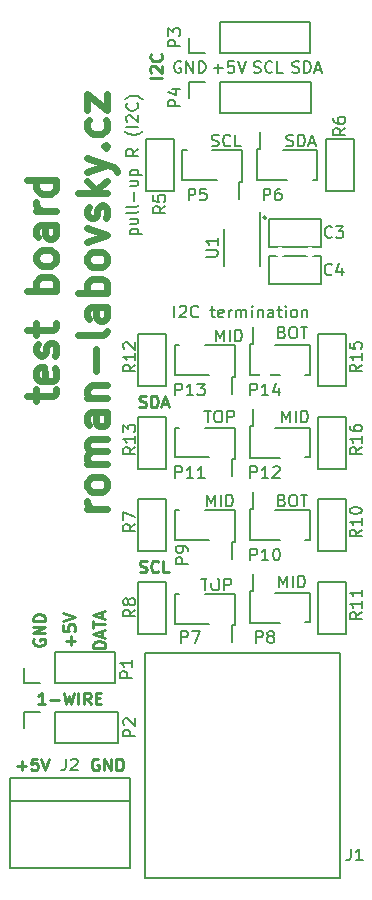
<source format=gto>
G04 #@! TF.GenerationSoftware,KiCad,Pcbnew,(5.1.6)-1*
G04 #@! TF.CreationDate,2023-01-22T16:57:25+01:00*
G04 #@! TF.ProjectId,testing-board,74657374-696e-4672-9d62-6f6172642e6b,rev?*
G04 #@! TF.SameCoordinates,Original*
G04 #@! TF.FileFunction,Legend,Top*
G04 #@! TF.FilePolarity,Positive*
%FSLAX46Y46*%
G04 Gerber Fmt 4.6, Leading zero omitted, Abs format (unit mm)*
G04 Created by KiCad (PCBNEW (5.1.6)-1) date 2023-01-22 16:57:25*
%MOMM*%
%LPD*%
G01*
G04 APERTURE LIST*
%ADD10C,0.160000*%
%ADD11C,0.250000*%
%ADD12C,0.625000*%
%ADD13C,0.120000*%
%ADD14C,0.150000*%
%ADD15C,5.100000*%
%ADD16C,0.900000*%
%ADD17R,0.450000X1.600000*%
%ADD18C,0.100000*%
%ADD19R,1.350000X3.100000*%
%ADD20O,2.200000X2.200000*%
%ADD21R,2.200000X2.200000*%
%ADD22R,3.600000X3.600000*%
%ADD23C,3.600000*%
%ADD24C,1.600000*%
%ADD25C,3.400000*%
G04 APERTURE END LIST*
D10*
X129508952Y-87828380D02*
X129508952Y-86828380D01*
X129937523Y-86923619D02*
X129985142Y-86876000D01*
X130080380Y-86828380D01*
X130318476Y-86828380D01*
X130413714Y-86876000D01*
X130461333Y-86923619D01*
X130508952Y-87018857D01*
X130508952Y-87114095D01*
X130461333Y-87256952D01*
X129889904Y-87828380D01*
X130508952Y-87828380D01*
X131508952Y-87733142D02*
X131461333Y-87780761D01*
X131318476Y-87828380D01*
X131223238Y-87828380D01*
X131080380Y-87780761D01*
X130985142Y-87685523D01*
X130937523Y-87590285D01*
X130889904Y-87399809D01*
X130889904Y-87256952D01*
X130937523Y-87066476D01*
X130985142Y-86971238D01*
X131080380Y-86876000D01*
X131223238Y-86828380D01*
X131318476Y-86828380D01*
X131461333Y-86876000D01*
X131508952Y-86923619D01*
X132556571Y-87161714D02*
X132937523Y-87161714D01*
X132699428Y-86828380D02*
X132699428Y-87685523D01*
X132747047Y-87780761D01*
X132842285Y-87828380D01*
X132937523Y-87828380D01*
X133651809Y-87780761D02*
X133556571Y-87828380D01*
X133366095Y-87828380D01*
X133270857Y-87780761D01*
X133223238Y-87685523D01*
X133223238Y-87304571D01*
X133270857Y-87209333D01*
X133366095Y-87161714D01*
X133556571Y-87161714D01*
X133651809Y-87209333D01*
X133699428Y-87304571D01*
X133699428Y-87399809D01*
X133223238Y-87495047D01*
X134128000Y-87828380D02*
X134128000Y-87161714D01*
X134128000Y-87352190D02*
X134175619Y-87256952D01*
X134223238Y-87209333D01*
X134318476Y-87161714D01*
X134413714Y-87161714D01*
X134747047Y-87828380D02*
X134747047Y-87161714D01*
X134747047Y-87256952D02*
X134794666Y-87209333D01*
X134889904Y-87161714D01*
X135032761Y-87161714D01*
X135128000Y-87209333D01*
X135175619Y-87304571D01*
X135175619Y-87828380D01*
X135175619Y-87304571D02*
X135223238Y-87209333D01*
X135318476Y-87161714D01*
X135461333Y-87161714D01*
X135556571Y-87209333D01*
X135604190Y-87304571D01*
X135604190Y-87828380D01*
X136080380Y-87828380D02*
X136080380Y-87161714D01*
X136080380Y-86828380D02*
X136032761Y-86876000D01*
X136080380Y-86923619D01*
X136128000Y-86876000D01*
X136080380Y-86828380D01*
X136080380Y-86923619D01*
X136556571Y-87161714D02*
X136556571Y-87828380D01*
X136556571Y-87256952D02*
X136604190Y-87209333D01*
X136699428Y-87161714D01*
X136842285Y-87161714D01*
X136937523Y-87209333D01*
X136985142Y-87304571D01*
X136985142Y-87828380D01*
X137889904Y-87828380D02*
X137889904Y-87304571D01*
X137842285Y-87209333D01*
X137747047Y-87161714D01*
X137556571Y-87161714D01*
X137461333Y-87209333D01*
X137889904Y-87780761D02*
X137794666Y-87828380D01*
X137556571Y-87828380D01*
X137461333Y-87780761D01*
X137413714Y-87685523D01*
X137413714Y-87590285D01*
X137461333Y-87495047D01*
X137556571Y-87447428D01*
X137794666Y-87447428D01*
X137889904Y-87399809D01*
X138223238Y-87161714D02*
X138604190Y-87161714D01*
X138366095Y-86828380D02*
X138366095Y-87685523D01*
X138413714Y-87780761D01*
X138508952Y-87828380D01*
X138604190Y-87828380D01*
X138937523Y-87828380D02*
X138937523Y-87161714D01*
X138937523Y-86828380D02*
X138889904Y-86876000D01*
X138937523Y-86923619D01*
X138985142Y-86876000D01*
X138937523Y-86828380D01*
X138937523Y-86923619D01*
X139556571Y-87828380D02*
X139461333Y-87780761D01*
X139413714Y-87733142D01*
X139366095Y-87637904D01*
X139366095Y-87352190D01*
X139413714Y-87256952D01*
X139461333Y-87209333D01*
X139556571Y-87161714D01*
X139699428Y-87161714D01*
X139794666Y-87209333D01*
X139842285Y-87256952D01*
X139889904Y-87352190D01*
X139889904Y-87637904D01*
X139842285Y-87733142D01*
X139794666Y-87780761D01*
X139699428Y-87828380D01*
X139556571Y-87828380D01*
X140318476Y-87161714D02*
X140318476Y-87828380D01*
X140318476Y-87256952D02*
X140366095Y-87209333D01*
X140461333Y-87161714D01*
X140604190Y-87161714D01*
X140699428Y-87209333D01*
X140747047Y-87304571D01*
X140747047Y-87828380D01*
X132667523Y-73302761D02*
X132810380Y-73350380D01*
X133048476Y-73350380D01*
X133143714Y-73302761D01*
X133191333Y-73255142D01*
X133238952Y-73159904D01*
X133238952Y-73064666D01*
X133191333Y-72969428D01*
X133143714Y-72921809D01*
X133048476Y-72874190D01*
X132858000Y-72826571D01*
X132762761Y-72778952D01*
X132715142Y-72731333D01*
X132667523Y-72636095D01*
X132667523Y-72540857D01*
X132715142Y-72445619D01*
X132762761Y-72398000D01*
X132858000Y-72350380D01*
X133096095Y-72350380D01*
X133238952Y-72398000D01*
X134238952Y-73255142D02*
X134191333Y-73302761D01*
X134048476Y-73350380D01*
X133953238Y-73350380D01*
X133810380Y-73302761D01*
X133715142Y-73207523D01*
X133667523Y-73112285D01*
X133619904Y-72921809D01*
X133619904Y-72778952D01*
X133667523Y-72588476D01*
X133715142Y-72493238D01*
X133810380Y-72398000D01*
X133953238Y-72350380D01*
X134048476Y-72350380D01*
X134191333Y-72398000D01*
X134238952Y-72445619D01*
X135143714Y-73350380D02*
X134667523Y-73350380D01*
X134667523Y-72350380D01*
X138993714Y-73302761D02*
X139136571Y-73350380D01*
X139374666Y-73350380D01*
X139469904Y-73302761D01*
X139517523Y-73255142D01*
X139565142Y-73159904D01*
X139565142Y-73064666D01*
X139517523Y-72969428D01*
X139469904Y-72921809D01*
X139374666Y-72874190D01*
X139184190Y-72826571D01*
X139088952Y-72778952D01*
X139041333Y-72731333D01*
X138993714Y-72636095D01*
X138993714Y-72540857D01*
X139041333Y-72445619D01*
X139088952Y-72398000D01*
X139184190Y-72350380D01*
X139422285Y-72350380D01*
X139565142Y-72398000D01*
X139993714Y-73350380D02*
X139993714Y-72350380D01*
X140231809Y-72350380D01*
X140374666Y-72398000D01*
X140469904Y-72493238D01*
X140517523Y-72588476D01*
X140565142Y-72778952D01*
X140565142Y-72921809D01*
X140517523Y-73112285D01*
X140469904Y-73207523D01*
X140374666Y-73302761D01*
X140231809Y-73350380D01*
X139993714Y-73350380D01*
X140946095Y-73064666D02*
X141422285Y-73064666D01*
X140850857Y-73350380D02*
X141184190Y-72350380D01*
X141517523Y-73350380D01*
X125769714Y-80787142D02*
X126769714Y-80787142D01*
X125817333Y-80787142D02*
X125769714Y-80691904D01*
X125769714Y-80501428D01*
X125817333Y-80406190D01*
X125864952Y-80358571D01*
X125960190Y-80310952D01*
X126245904Y-80310952D01*
X126341142Y-80358571D01*
X126388761Y-80406190D01*
X126436380Y-80501428D01*
X126436380Y-80691904D01*
X126388761Y-80787142D01*
X125769714Y-79453809D02*
X126436380Y-79453809D01*
X125769714Y-79882380D02*
X126293523Y-79882380D01*
X126388761Y-79834761D01*
X126436380Y-79739523D01*
X126436380Y-79596666D01*
X126388761Y-79501428D01*
X126341142Y-79453809D01*
X126436380Y-78834761D02*
X126388761Y-78930000D01*
X126293523Y-78977619D01*
X125436380Y-78977619D01*
X126436380Y-78310952D02*
X126388761Y-78406190D01*
X126293523Y-78453809D01*
X125436380Y-78453809D01*
X126055428Y-77930000D02*
X126055428Y-77168095D01*
X125769714Y-76263333D02*
X126436380Y-76263333D01*
X125769714Y-76691904D02*
X126293523Y-76691904D01*
X126388761Y-76644285D01*
X126436380Y-76549047D01*
X126436380Y-76406190D01*
X126388761Y-76310952D01*
X126341142Y-76263333D01*
X125769714Y-75787142D02*
X126769714Y-75787142D01*
X125817333Y-75787142D02*
X125769714Y-75691904D01*
X125769714Y-75501428D01*
X125817333Y-75406190D01*
X125864952Y-75358571D01*
X125960190Y-75310952D01*
X126245904Y-75310952D01*
X126341142Y-75358571D01*
X126388761Y-75406190D01*
X126436380Y-75501428D01*
X126436380Y-75691904D01*
X126388761Y-75787142D01*
X126436380Y-73549047D02*
X125960190Y-73882380D01*
X126436380Y-74120476D02*
X125436380Y-74120476D01*
X125436380Y-73739523D01*
X125484000Y-73644285D01*
X125531619Y-73596666D01*
X125626857Y-73549047D01*
X125769714Y-73549047D01*
X125864952Y-73596666D01*
X125912571Y-73644285D01*
X125960190Y-73739523D01*
X125960190Y-74120476D01*
X126817333Y-72072857D02*
X126769714Y-72120476D01*
X126626857Y-72215714D01*
X126531619Y-72263333D01*
X126388761Y-72310952D01*
X126150666Y-72358571D01*
X125960190Y-72358571D01*
X125722095Y-72310952D01*
X125579238Y-72263333D01*
X125484000Y-72215714D01*
X125341142Y-72120476D01*
X125293523Y-72072857D01*
X126436380Y-71691904D02*
X125436380Y-71691904D01*
X125531619Y-71263333D02*
X125484000Y-71215714D01*
X125436380Y-71120476D01*
X125436380Y-70882380D01*
X125484000Y-70787142D01*
X125531619Y-70739523D01*
X125626857Y-70691904D01*
X125722095Y-70691904D01*
X125864952Y-70739523D01*
X126436380Y-71310952D01*
X126436380Y-70691904D01*
X126341142Y-69691904D02*
X126388761Y-69739523D01*
X126436380Y-69882380D01*
X126436380Y-69977619D01*
X126388761Y-70120476D01*
X126293523Y-70215714D01*
X126198285Y-70263333D01*
X126007809Y-70310952D01*
X125864952Y-70310952D01*
X125674476Y-70263333D01*
X125579238Y-70215714D01*
X125484000Y-70120476D01*
X125436380Y-69977619D01*
X125436380Y-69882380D01*
X125484000Y-69739523D01*
X125531619Y-69691904D01*
X126817333Y-69358571D02*
X126769714Y-69310952D01*
X126626857Y-69215714D01*
X126531619Y-69168095D01*
X126388761Y-69120476D01*
X126150666Y-69072857D01*
X125960190Y-69072857D01*
X125722095Y-69120476D01*
X125579238Y-69168095D01*
X125484000Y-69215714D01*
X125341142Y-69310952D01*
X125293523Y-69358571D01*
D11*
X126547714Y-95400761D02*
X126690571Y-95448380D01*
X126928666Y-95448380D01*
X127023904Y-95400761D01*
X127071523Y-95353142D01*
X127119142Y-95257904D01*
X127119142Y-95162666D01*
X127071523Y-95067428D01*
X127023904Y-95019809D01*
X126928666Y-94972190D01*
X126738190Y-94924571D01*
X126642952Y-94876952D01*
X126595333Y-94829333D01*
X126547714Y-94734095D01*
X126547714Y-94638857D01*
X126595333Y-94543619D01*
X126642952Y-94496000D01*
X126738190Y-94448380D01*
X126976285Y-94448380D01*
X127119142Y-94496000D01*
X127547714Y-95448380D02*
X127547714Y-94448380D01*
X127785809Y-94448380D01*
X127928666Y-94496000D01*
X128023904Y-94591238D01*
X128071523Y-94686476D01*
X128119142Y-94876952D01*
X128119142Y-95019809D01*
X128071523Y-95210285D01*
X128023904Y-95305523D01*
X127928666Y-95400761D01*
X127785809Y-95448380D01*
X127547714Y-95448380D01*
X128500095Y-95162666D02*
X128976285Y-95162666D01*
X128404857Y-95448380D02*
X128738190Y-94448380D01*
X129071523Y-95448380D01*
X126571523Y-109370761D02*
X126714380Y-109418380D01*
X126952476Y-109418380D01*
X127047714Y-109370761D01*
X127095333Y-109323142D01*
X127142952Y-109227904D01*
X127142952Y-109132666D01*
X127095333Y-109037428D01*
X127047714Y-108989809D01*
X126952476Y-108942190D01*
X126762000Y-108894571D01*
X126666761Y-108846952D01*
X126619142Y-108799333D01*
X126571523Y-108704095D01*
X126571523Y-108608857D01*
X126619142Y-108513619D01*
X126666761Y-108466000D01*
X126762000Y-108418380D01*
X127000095Y-108418380D01*
X127142952Y-108466000D01*
X128142952Y-109323142D02*
X128095333Y-109370761D01*
X127952476Y-109418380D01*
X127857238Y-109418380D01*
X127714380Y-109370761D01*
X127619142Y-109275523D01*
X127571523Y-109180285D01*
X127523904Y-108989809D01*
X127523904Y-108846952D01*
X127571523Y-108656476D01*
X127619142Y-108561238D01*
X127714380Y-108466000D01*
X127857238Y-108418380D01*
X127952476Y-108418380D01*
X128095333Y-108466000D01*
X128142952Y-108513619D01*
X129047714Y-109418380D02*
X128571523Y-109418380D01*
X128571523Y-108418380D01*
D10*
X132040476Y-95718380D02*
X132611904Y-95718380D01*
X132326190Y-96718380D02*
X132326190Y-95718380D01*
X133135714Y-95718380D02*
X133326190Y-95718380D01*
X133421428Y-95766000D01*
X133516666Y-95861238D01*
X133564285Y-96051714D01*
X133564285Y-96385047D01*
X133516666Y-96575523D01*
X133421428Y-96670761D01*
X133326190Y-96718380D01*
X133135714Y-96718380D01*
X133040476Y-96670761D01*
X132945238Y-96575523D01*
X132897619Y-96385047D01*
X132897619Y-96051714D01*
X132945238Y-95861238D01*
X133040476Y-95766000D01*
X133135714Y-95718380D01*
X133992857Y-96718380D02*
X133992857Y-95718380D01*
X134373809Y-95718380D01*
X134469047Y-95766000D01*
X134516666Y-95813619D01*
X134564285Y-95908857D01*
X134564285Y-96051714D01*
X134516666Y-96146952D01*
X134469047Y-96194571D01*
X134373809Y-96242190D01*
X133992857Y-96242190D01*
X133040571Y-89860380D02*
X133040571Y-88860380D01*
X133373904Y-89574666D01*
X133707238Y-88860380D01*
X133707238Y-89860380D01*
X134183428Y-89860380D02*
X134183428Y-88860380D01*
X134659619Y-89860380D02*
X134659619Y-88860380D01*
X134897714Y-88860380D01*
X135040571Y-88908000D01*
X135135809Y-89003238D01*
X135183428Y-89098476D01*
X135231047Y-89288952D01*
X135231047Y-89431809D01*
X135183428Y-89622285D01*
X135135809Y-89717523D01*
X135040571Y-89812761D01*
X134897714Y-89860380D01*
X134659619Y-89860380D01*
X138612666Y-89082571D02*
X138755523Y-89130190D01*
X138803142Y-89177809D01*
X138850761Y-89273047D01*
X138850761Y-89415904D01*
X138803142Y-89511142D01*
X138755523Y-89558761D01*
X138660285Y-89606380D01*
X138279333Y-89606380D01*
X138279333Y-88606380D01*
X138612666Y-88606380D01*
X138707904Y-88654000D01*
X138755523Y-88701619D01*
X138803142Y-88796857D01*
X138803142Y-88892095D01*
X138755523Y-88987333D01*
X138707904Y-89034952D01*
X138612666Y-89082571D01*
X138279333Y-89082571D01*
X139469809Y-88606380D02*
X139660285Y-88606380D01*
X139755523Y-88654000D01*
X139850761Y-88749238D01*
X139898380Y-88939714D01*
X139898380Y-89273047D01*
X139850761Y-89463523D01*
X139755523Y-89558761D01*
X139660285Y-89606380D01*
X139469809Y-89606380D01*
X139374571Y-89558761D01*
X139279333Y-89463523D01*
X139231714Y-89273047D01*
X139231714Y-88939714D01*
X139279333Y-88749238D01*
X139374571Y-88654000D01*
X139469809Y-88606380D01*
X140184095Y-88606380D02*
X140755523Y-88606380D01*
X140469809Y-89606380D02*
X140469809Y-88606380D01*
X138628571Y-96718380D02*
X138628571Y-95718380D01*
X138961904Y-96432666D01*
X139295238Y-95718380D01*
X139295238Y-96718380D01*
X139771428Y-96718380D02*
X139771428Y-95718380D01*
X140247619Y-96718380D02*
X140247619Y-95718380D01*
X140485714Y-95718380D01*
X140628571Y-95766000D01*
X140723809Y-95861238D01*
X140771428Y-95956476D01*
X140819047Y-96146952D01*
X140819047Y-96289809D01*
X140771428Y-96480285D01*
X140723809Y-96575523D01*
X140628571Y-96670761D01*
X140485714Y-96718380D01*
X140247619Y-96718380D01*
X131786476Y-109942380D02*
X132357904Y-109942380D01*
X132072190Y-110942380D02*
X132072190Y-109942380D01*
X132881714Y-109942380D02*
X133072190Y-109942380D01*
X133167428Y-109990000D01*
X133262666Y-110085238D01*
X133310285Y-110275714D01*
X133310285Y-110609047D01*
X133262666Y-110799523D01*
X133167428Y-110894761D01*
X133072190Y-110942380D01*
X132881714Y-110942380D01*
X132786476Y-110894761D01*
X132691238Y-110799523D01*
X132643619Y-110609047D01*
X132643619Y-110275714D01*
X132691238Y-110085238D01*
X132786476Y-109990000D01*
X132881714Y-109942380D01*
X133738857Y-110942380D02*
X133738857Y-109942380D01*
X134119809Y-109942380D01*
X134215047Y-109990000D01*
X134262666Y-110037619D01*
X134310285Y-110132857D01*
X134310285Y-110275714D01*
X134262666Y-110370952D01*
X134215047Y-110418571D01*
X134119809Y-110466190D01*
X133738857Y-110466190D01*
X132278571Y-103830380D02*
X132278571Y-102830380D01*
X132611904Y-103544666D01*
X132945238Y-102830380D01*
X132945238Y-103830380D01*
X133421428Y-103830380D02*
X133421428Y-102830380D01*
X133897619Y-103830380D02*
X133897619Y-102830380D01*
X134135714Y-102830380D01*
X134278571Y-102878000D01*
X134373809Y-102973238D01*
X134421428Y-103068476D01*
X134469047Y-103258952D01*
X134469047Y-103401809D01*
X134421428Y-103592285D01*
X134373809Y-103687523D01*
X134278571Y-103782761D01*
X134135714Y-103830380D01*
X133897619Y-103830380D01*
X138374571Y-110688380D02*
X138374571Y-109688380D01*
X138707904Y-110402666D01*
X139041238Y-109688380D01*
X139041238Y-110688380D01*
X139517428Y-110688380D02*
X139517428Y-109688380D01*
X139993619Y-110688380D02*
X139993619Y-109688380D01*
X140231714Y-109688380D01*
X140374571Y-109736000D01*
X140469809Y-109831238D01*
X140517428Y-109926476D01*
X140565047Y-110116952D01*
X140565047Y-110259809D01*
X140517428Y-110450285D01*
X140469809Y-110545523D01*
X140374571Y-110640761D01*
X140231714Y-110688380D01*
X139993619Y-110688380D01*
X138612666Y-103306571D02*
X138755523Y-103354190D01*
X138803142Y-103401809D01*
X138850761Y-103497047D01*
X138850761Y-103639904D01*
X138803142Y-103735142D01*
X138755523Y-103782761D01*
X138660285Y-103830380D01*
X138279333Y-103830380D01*
X138279333Y-102830380D01*
X138612666Y-102830380D01*
X138707904Y-102878000D01*
X138755523Y-102925619D01*
X138803142Y-103020857D01*
X138803142Y-103116095D01*
X138755523Y-103211333D01*
X138707904Y-103258952D01*
X138612666Y-103306571D01*
X138279333Y-103306571D01*
X139469809Y-102830380D02*
X139660285Y-102830380D01*
X139755523Y-102878000D01*
X139850761Y-102973238D01*
X139898380Y-103163714D01*
X139898380Y-103497047D01*
X139850761Y-103687523D01*
X139755523Y-103782761D01*
X139660285Y-103830380D01*
X139469809Y-103830380D01*
X139374571Y-103782761D01*
X139279333Y-103687523D01*
X139231714Y-103497047D01*
X139231714Y-103163714D01*
X139279333Y-102973238D01*
X139374571Y-102878000D01*
X139469809Y-102830380D01*
X140184095Y-102830380D02*
X140755523Y-102830380D01*
X140469809Y-103830380D02*
X140469809Y-102830380D01*
D11*
X123063095Y-125230000D02*
X122967857Y-125182380D01*
X122825000Y-125182380D01*
X122682142Y-125230000D01*
X122586904Y-125325238D01*
X122539285Y-125420476D01*
X122491666Y-125610952D01*
X122491666Y-125753809D01*
X122539285Y-125944285D01*
X122586904Y-126039523D01*
X122682142Y-126134761D01*
X122825000Y-126182380D01*
X122920238Y-126182380D01*
X123063095Y-126134761D01*
X123110714Y-126087142D01*
X123110714Y-125753809D01*
X122920238Y-125753809D01*
X123539285Y-126182380D02*
X123539285Y-125182380D01*
X124110714Y-126182380D01*
X124110714Y-125182380D01*
X124586904Y-126182380D02*
X124586904Y-125182380D01*
X124825000Y-125182380D01*
X124967857Y-125230000D01*
X125063095Y-125325238D01*
X125110714Y-125420476D01*
X125158333Y-125610952D01*
X125158333Y-125753809D01*
X125110714Y-125944285D01*
X125063095Y-126039523D01*
X124967857Y-126134761D01*
X124825000Y-126182380D01*
X124586904Y-126182380D01*
X116189285Y-125801428D02*
X116951190Y-125801428D01*
X116570238Y-126182380D02*
X116570238Y-125420476D01*
X117903571Y-125182380D02*
X117427380Y-125182380D01*
X117379761Y-125658571D01*
X117427380Y-125610952D01*
X117522619Y-125563333D01*
X117760714Y-125563333D01*
X117855952Y-125610952D01*
X117903571Y-125658571D01*
X117951190Y-125753809D01*
X117951190Y-125991904D01*
X117903571Y-126087142D01*
X117855952Y-126134761D01*
X117760714Y-126182380D01*
X117522619Y-126182380D01*
X117427380Y-126134761D01*
X117379761Y-126087142D01*
X118236904Y-125182380D02*
X118570238Y-126182380D01*
X118903571Y-125182380D01*
X118554761Y-120594380D02*
X117983333Y-120594380D01*
X118269047Y-120594380D02*
X118269047Y-119594380D01*
X118173809Y-119737238D01*
X118078571Y-119832476D01*
X117983333Y-119880095D01*
X118983333Y-120213428D02*
X119745238Y-120213428D01*
X120126190Y-119594380D02*
X120364285Y-120594380D01*
X120554761Y-119880095D01*
X120745238Y-120594380D01*
X120983333Y-119594380D01*
X121364285Y-120594380D02*
X121364285Y-119594380D01*
X122411904Y-120594380D02*
X122078571Y-120118190D01*
X121840476Y-120594380D02*
X121840476Y-119594380D01*
X122221428Y-119594380D01*
X122316666Y-119642000D01*
X122364285Y-119689619D01*
X122411904Y-119784857D01*
X122411904Y-119927714D01*
X122364285Y-120022952D01*
X122316666Y-120070571D01*
X122221428Y-120118190D01*
X121840476Y-120118190D01*
X122840476Y-120070571D02*
X123173809Y-120070571D01*
X123316666Y-120594380D02*
X122840476Y-120594380D01*
X122840476Y-119594380D01*
X123316666Y-119594380D01*
X128468380Y-67524190D02*
X127468380Y-67524190D01*
X127563619Y-67095619D02*
X127516000Y-67048000D01*
X127468380Y-66952761D01*
X127468380Y-66714666D01*
X127516000Y-66619428D01*
X127563619Y-66571809D01*
X127658857Y-66524190D01*
X127754095Y-66524190D01*
X127896952Y-66571809D01*
X128468380Y-67143238D01*
X128468380Y-66524190D01*
X128373142Y-65524190D02*
X128420761Y-65571809D01*
X128468380Y-65714666D01*
X128468380Y-65809904D01*
X128420761Y-65952761D01*
X128325523Y-66048000D01*
X128230285Y-66095619D01*
X128039809Y-66143238D01*
X127896952Y-66143238D01*
X127706476Y-66095619D01*
X127611238Y-66048000D01*
X127516000Y-65952761D01*
X127468380Y-65809904D01*
X127468380Y-65714666D01*
X127516000Y-65571809D01*
X127563619Y-65524190D01*
X123642380Y-115800000D02*
X122642380Y-115800000D01*
X122642380Y-115561904D01*
X122690000Y-115419047D01*
X122785238Y-115323809D01*
X122880476Y-115276190D01*
X123070952Y-115228571D01*
X123213809Y-115228571D01*
X123404285Y-115276190D01*
X123499523Y-115323809D01*
X123594761Y-115419047D01*
X123642380Y-115561904D01*
X123642380Y-115800000D01*
X123356666Y-114847619D02*
X123356666Y-114371428D01*
X123642380Y-114942857D02*
X122642380Y-114609523D01*
X123642380Y-114276190D01*
X122642380Y-114085714D02*
X122642380Y-113514285D01*
X123642380Y-113800000D02*
X122642380Y-113800000D01*
X123356666Y-113228571D02*
X123356666Y-112752380D01*
X123642380Y-113323809D02*
X122642380Y-112990476D01*
X123642380Y-112657142D01*
X120721428Y-115585714D02*
X120721428Y-114823809D01*
X121102380Y-115204761D02*
X120340476Y-115204761D01*
X120102380Y-113871428D02*
X120102380Y-114347619D01*
X120578571Y-114395238D01*
X120530952Y-114347619D01*
X120483333Y-114252380D01*
X120483333Y-114014285D01*
X120530952Y-113919047D01*
X120578571Y-113871428D01*
X120673809Y-113823809D01*
X120911904Y-113823809D01*
X121007142Y-113871428D01*
X121054761Y-113919047D01*
X121102380Y-114014285D01*
X121102380Y-114252380D01*
X121054761Y-114347619D01*
X121007142Y-114395238D01*
X120102380Y-113538095D02*
X121102380Y-113204761D01*
X120102380Y-112871428D01*
X117610000Y-115061904D02*
X117562380Y-115157142D01*
X117562380Y-115300000D01*
X117610000Y-115442857D01*
X117705238Y-115538095D01*
X117800476Y-115585714D01*
X117990952Y-115633333D01*
X118133809Y-115633333D01*
X118324285Y-115585714D01*
X118419523Y-115538095D01*
X118514761Y-115442857D01*
X118562380Y-115300000D01*
X118562380Y-115204761D01*
X118514761Y-115061904D01*
X118467142Y-115014285D01*
X118133809Y-115014285D01*
X118133809Y-115204761D01*
X118562380Y-114585714D02*
X117562380Y-114585714D01*
X118562380Y-114014285D01*
X117562380Y-114014285D01*
X118562380Y-113538095D02*
X117562380Y-113538095D01*
X117562380Y-113300000D01*
X117610000Y-113157142D01*
X117705238Y-113061904D01*
X117800476Y-113014285D01*
X117990952Y-112966666D01*
X118133809Y-112966666D01*
X118324285Y-113014285D01*
X118419523Y-113061904D01*
X118514761Y-113157142D01*
X118562380Y-113300000D01*
X118562380Y-113538095D01*
D10*
X130048095Y-66175000D02*
X129952857Y-66127380D01*
X129810000Y-66127380D01*
X129667142Y-66175000D01*
X129571904Y-66270238D01*
X129524285Y-66365476D01*
X129476666Y-66555952D01*
X129476666Y-66698809D01*
X129524285Y-66889285D01*
X129571904Y-66984523D01*
X129667142Y-67079761D01*
X129810000Y-67127380D01*
X129905238Y-67127380D01*
X130048095Y-67079761D01*
X130095714Y-67032142D01*
X130095714Y-66698809D01*
X129905238Y-66698809D01*
X130524285Y-67127380D02*
X130524285Y-66127380D01*
X131095714Y-67127380D01*
X131095714Y-66127380D01*
X131571904Y-67127380D02*
X131571904Y-66127380D01*
X131810000Y-66127380D01*
X131952857Y-66175000D01*
X132048095Y-66270238D01*
X132095714Y-66365476D01*
X132143333Y-66555952D01*
X132143333Y-66698809D01*
X132095714Y-66889285D01*
X132048095Y-66984523D01*
X131952857Y-67079761D01*
X131810000Y-67127380D01*
X131571904Y-67127380D01*
X132826285Y-66746428D02*
X133588190Y-66746428D01*
X133207238Y-67127380D02*
X133207238Y-66365476D01*
X134540571Y-66127380D02*
X134064380Y-66127380D01*
X134016761Y-66603571D01*
X134064380Y-66555952D01*
X134159619Y-66508333D01*
X134397714Y-66508333D01*
X134492952Y-66555952D01*
X134540571Y-66603571D01*
X134588190Y-66698809D01*
X134588190Y-66936904D01*
X134540571Y-67032142D01*
X134492952Y-67079761D01*
X134397714Y-67127380D01*
X134159619Y-67127380D01*
X134064380Y-67079761D01*
X134016761Y-67032142D01*
X134873904Y-66127380D02*
X135207238Y-67127380D01*
X135540571Y-66127380D01*
X136223523Y-67079761D02*
X136366380Y-67127380D01*
X136604476Y-67127380D01*
X136699714Y-67079761D01*
X136747333Y-67032142D01*
X136794952Y-66936904D01*
X136794952Y-66841666D01*
X136747333Y-66746428D01*
X136699714Y-66698809D01*
X136604476Y-66651190D01*
X136414000Y-66603571D01*
X136318761Y-66555952D01*
X136271142Y-66508333D01*
X136223523Y-66413095D01*
X136223523Y-66317857D01*
X136271142Y-66222619D01*
X136318761Y-66175000D01*
X136414000Y-66127380D01*
X136652095Y-66127380D01*
X136794952Y-66175000D01*
X137794952Y-67032142D02*
X137747333Y-67079761D01*
X137604476Y-67127380D01*
X137509238Y-67127380D01*
X137366380Y-67079761D01*
X137271142Y-66984523D01*
X137223523Y-66889285D01*
X137175904Y-66698809D01*
X137175904Y-66555952D01*
X137223523Y-66365476D01*
X137271142Y-66270238D01*
X137366380Y-66175000D01*
X137509238Y-66127380D01*
X137604476Y-66127380D01*
X137747333Y-66175000D01*
X137794952Y-66222619D01*
X138699714Y-67127380D02*
X138223523Y-67127380D01*
X138223523Y-66127380D01*
X139501714Y-67079761D02*
X139644571Y-67127380D01*
X139882666Y-67127380D01*
X139977904Y-67079761D01*
X140025523Y-67032142D01*
X140073142Y-66936904D01*
X140073142Y-66841666D01*
X140025523Y-66746428D01*
X139977904Y-66698809D01*
X139882666Y-66651190D01*
X139692190Y-66603571D01*
X139596952Y-66555952D01*
X139549333Y-66508333D01*
X139501714Y-66413095D01*
X139501714Y-66317857D01*
X139549333Y-66222619D01*
X139596952Y-66175000D01*
X139692190Y-66127380D01*
X139930285Y-66127380D01*
X140073142Y-66175000D01*
X140501714Y-67127380D02*
X140501714Y-66127380D01*
X140739809Y-66127380D01*
X140882666Y-66175000D01*
X140977904Y-66270238D01*
X141025523Y-66365476D01*
X141073142Y-66555952D01*
X141073142Y-66698809D01*
X141025523Y-66889285D01*
X140977904Y-66984523D01*
X140882666Y-67079761D01*
X140739809Y-67127380D01*
X140501714Y-67127380D01*
X141454095Y-66841666D02*
X141930285Y-66841666D01*
X141358857Y-67127380D02*
X141692190Y-66127380D01*
X142025523Y-67127380D01*
D12*
X117828285Y-94867809D02*
X117828285Y-93915428D01*
X116994952Y-94510666D02*
X119137809Y-94510666D01*
X119375904Y-94391619D01*
X119494952Y-94153523D01*
X119494952Y-93915428D01*
X119375904Y-92129714D02*
X119494952Y-92367809D01*
X119494952Y-92844000D01*
X119375904Y-93082095D01*
X119137809Y-93201142D01*
X118185428Y-93201142D01*
X117947333Y-93082095D01*
X117828285Y-92844000D01*
X117828285Y-92367809D01*
X117947333Y-92129714D01*
X118185428Y-92010666D01*
X118423523Y-92010666D01*
X118661619Y-93201142D01*
X119375904Y-91058285D02*
X119494952Y-90820190D01*
X119494952Y-90344000D01*
X119375904Y-90105904D01*
X119137809Y-89986857D01*
X119018761Y-89986857D01*
X118780666Y-90105904D01*
X118661619Y-90344000D01*
X118661619Y-90701142D01*
X118542571Y-90939238D01*
X118304476Y-91058285D01*
X118185428Y-91058285D01*
X117947333Y-90939238D01*
X117828285Y-90701142D01*
X117828285Y-90344000D01*
X117947333Y-90105904D01*
X117828285Y-89272571D02*
X117828285Y-88320190D01*
X116994952Y-88915428D02*
X119137809Y-88915428D01*
X119375904Y-88796380D01*
X119494952Y-88558285D01*
X119494952Y-88320190D01*
X119494952Y-85582095D02*
X116994952Y-85582095D01*
X117947333Y-85582095D02*
X117828285Y-85344000D01*
X117828285Y-84867809D01*
X117947333Y-84629714D01*
X118066380Y-84510666D01*
X118304476Y-84391619D01*
X119018761Y-84391619D01*
X119256857Y-84510666D01*
X119375904Y-84629714D01*
X119494952Y-84867809D01*
X119494952Y-85344000D01*
X119375904Y-85582095D01*
X119494952Y-82963047D02*
X119375904Y-83201142D01*
X119256857Y-83320190D01*
X119018761Y-83439238D01*
X118304476Y-83439238D01*
X118066380Y-83320190D01*
X117947333Y-83201142D01*
X117828285Y-82963047D01*
X117828285Y-82605904D01*
X117947333Y-82367809D01*
X118066380Y-82248761D01*
X118304476Y-82129714D01*
X119018761Y-82129714D01*
X119256857Y-82248761D01*
X119375904Y-82367809D01*
X119494952Y-82605904D01*
X119494952Y-82963047D01*
X119494952Y-79986857D02*
X118185428Y-79986857D01*
X117947333Y-80105904D01*
X117828285Y-80344000D01*
X117828285Y-80820190D01*
X117947333Y-81058285D01*
X119375904Y-79986857D02*
X119494952Y-80224952D01*
X119494952Y-80820190D01*
X119375904Y-81058285D01*
X119137809Y-81177333D01*
X118899714Y-81177333D01*
X118661619Y-81058285D01*
X118542571Y-80820190D01*
X118542571Y-80224952D01*
X118423523Y-79986857D01*
X119494952Y-78796380D02*
X117828285Y-78796380D01*
X118304476Y-78796380D02*
X118066380Y-78677333D01*
X117947333Y-78558285D01*
X117828285Y-78320190D01*
X117828285Y-78082095D01*
X119494952Y-76177333D02*
X116994952Y-76177333D01*
X119375904Y-76177333D02*
X119494952Y-76415428D01*
X119494952Y-76891619D01*
X119375904Y-77129714D01*
X119256857Y-77248761D01*
X119018761Y-77367809D01*
X118304476Y-77367809D01*
X118066380Y-77248761D01*
X117947333Y-77129714D01*
X117828285Y-76891619D01*
X117828285Y-76415428D01*
X117947333Y-76177333D01*
X123812952Y-104054476D02*
X122146285Y-104054476D01*
X122622476Y-104054476D02*
X122384380Y-103935428D01*
X122265333Y-103816380D01*
X122146285Y-103578285D01*
X122146285Y-103340190D01*
X123812952Y-102149714D02*
X123693904Y-102387809D01*
X123574857Y-102506857D01*
X123336761Y-102625904D01*
X122622476Y-102625904D01*
X122384380Y-102506857D01*
X122265333Y-102387809D01*
X122146285Y-102149714D01*
X122146285Y-101792571D01*
X122265333Y-101554476D01*
X122384380Y-101435428D01*
X122622476Y-101316380D01*
X123336761Y-101316380D01*
X123574857Y-101435428D01*
X123693904Y-101554476D01*
X123812952Y-101792571D01*
X123812952Y-102149714D01*
X123812952Y-100244952D02*
X122146285Y-100244952D01*
X122384380Y-100244952D02*
X122265333Y-100125904D01*
X122146285Y-99887809D01*
X122146285Y-99530666D01*
X122265333Y-99292571D01*
X122503428Y-99173523D01*
X123812952Y-99173523D01*
X122503428Y-99173523D02*
X122265333Y-99054476D01*
X122146285Y-98816380D01*
X122146285Y-98459238D01*
X122265333Y-98221142D01*
X122503428Y-98102095D01*
X123812952Y-98102095D01*
X123812952Y-95840190D02*
X122503428Y-95840190D01*
X122265333Y-95959238D01*
X122146285Y-96197333D01*
X122146285Y-96673523D01*
X122265333Y-96911619D01*
X123693904Y-95840190D02*
X123812952Y-96078285D01*
X123812952Y-96673523D01*
X123693904Y-96911619D01*
X123455809Y-97030666D01*
X123217714Y-97030666D01*
X122979619Y-96911619D01*
X122860571Y-96673523D01*
X122860571Y-96078285D01*
X122741523Y-95840190D01*
X122146285Y-94649714D02*
X123812952Y-94649714D01*
X122384380Y-94649714D02*
X122265333Y-94530666D01*
X122146285Y-94292571D01*
X122146285Y-93935428D01*
X122265333Y-93697333D01*
X122503428Y-93578285D01*
X123812952Y-93578285D01*
X122860571Y-92387809D02*
X122860571Y-90483047D01*
X123812952Y-88935428D02*
X123693904Y-89173523D01*
X123455809Y-89292571D01*
X121312952Y-89292571D01*
X123812952Y-86911619D02*
X122503428Y-86911619D01*
X122265333Y-87030666D01*
X122146285Y-87268761D01*
X122146285Y-87744952D01*
X122265333Y-87983047D01*
X123693904Y-86911619D02*
X123812952Y-87149714D01*
X123812952Y-87744952D01*
X123693904Y-87983047D01*
X123455809Y-88102095D01*
X123217714Y-88102095D01*
X122979619Y-87983047D01*
X122860571Y-87744952D01*
X122860571Y-87149714D01*
X122741523Y-86911619D01*
X123812952Y-85721142D02*
X121312952Y-85721142D01*
X122265333Y-85721142D02*
X122146285Y-85483047D01*
X122146285Y-85006857D01*
X122265333Y-84768761D01*
X122384380Y-84649714D01*
X122622476Y-84530666D01*
X123336761Y-84530666D01*
X123574857Y-84649714D01*
X123693904Y-84768761D01*
X123812952Y-85006857D01*
X123812952Y-85483047D01*
X123693904Y-85721142D01*
X123812952Y-83102095D02*
X123693904Y-83340190D01*
X123574857Y-83459238D01*
X123336761Y-83578285D01*
X122622476Y-83578285D01*
X122384380Y-83459238D01*
X122265333Y-83340190D01*
X122146285Y-83102095D01*
X122146285Y-82744952D01*
X122265333Y-82506857D01*
X122384380Y-82387809D01*
X122622476Y-82268761D01*
X123336761Y-82268761D01*
X123574857Y-82387809D01*
X123693904Y-82506857D01*
X123812952Y-82744952D01*
X123812952Y-83102095D01*
X122146285Y-81435428D02*
X123812952Y-80840190D01*
X122146285Y-80244952D01*
X123693904Y-79411619D02*
X123812952Y-79173523D01*
X123812952Y-78697333D01*
X123693904Y-78459238D01*
X123455809Y-78340190D01*
X123336761Y-78340190D01*
X123098666Y-78459238D01*
X122979619Y-78697333D01*
X122979619Y-79054476D01*
X122860571Y-79292571D01*
X122622476Y-79411619D01*
X122503428Y-79411619D01*
X122265333Y-79292571D01*
X122146285Y-79054476D01*
X122146285Y-78697333D01*
X122265333Y-78459238D01*
X123812952Y-77268761D02*
X121312952Y-77268761D01*
X122860571Y-77030666D02*
X123812952Y-76316380D01*
X122146285Y-76316380D02*
X123098666Y-77268761D01*
X122146285Y-75483047D02*
X123812952Y-74887809D01*
X122146285Y-74292571D02*
X123812952Y-74887809D01*
X124408190Y-75125904D01*
X124527238Y-75244952D01*
X124646285Y-75483047D01*
X123574857Y-73340190D02*
X123693904Y-73221142D01*
X123812952Y-73340190D01*
X123693904Y-73459238D01*
X123574857Y-73340190D01*
X123812952Y-73340190D01*
X123693904Y-71078285D02*
X123812952Y-71316380D01*
X123812952Y-71792571D01*
X123693904Y-72030666D01*
X123574857Y-72149714D01*
X123336761Y-72268761D01*
X122622476Y-72268761D01*
X122384380Y-72149714D01*
X122265333Y-72030666D01*
X122146285Y-71792571D01*
X122146285Y-71316380D01*
X122265333Y-71078285D01*
X122146285Y-70244952D02*
X122146285Y-68935428D01*
X123812952Y-70244952D01*
X123812952Y-68935428D01*
D13*
X137210800Y-79375000D02*
G75*
G03*
X137210800Y-79375000I-50800J0D01*
G01*
D10*
X133665325Y-80375836D02*
X133665325Y-83475836D01*
X136765325Y-78867000D02*
X136765325Y-83475836D01*
D14*
X137307762Y-79375000D02*
G75*
G03*
X137307762Y-79375000I-147762J0D01*
G01*
D10*
X141695000Y-100625000D02*
X141695000Y-96225000D01*
X141695000Y-96225000D02*
X144055000Y-96225000D01*
X144055000Y-96225000D02*
X144055000Y-100625000D01*
X144055000Y-100625000D02*
X141695000Y-100625000D01*
X141695000Y-93640000D02*
X141695000Y-89240000D01*
X141695000Y-89240000D02*
X144055000Y-89240000D01*
X144055000Y-89240000D02*
X144055000Y-93640000D01*
X144055000Y-93640000D02*
X141695000Y-93640000D01*
X126455000Y-100625000D02*
X126455000Y-96225000D01*
X126455000Y-96225000D02*
X128815000Y-96225000D01*
X128815000Y-96225000D02*
X128815000Y-100625000D01*
X128815000Y-100625000D02*
X126455000Y-100625000D01*
X126455000Y-93640000D02*
X126455000Y-89240000D01*
X126455000Y-89240000D02*
X128815000Y-89240000D01*
X128815000Y-89240000D02*
X128815000Y-93640000D01*
X128815000Y-93640000D02*
X126455000Y-93640000D01*
X141695000Y-114595000D02*
X141695000Y-110195000D01*
X141695000Y-110195000D02*
X144055000Y-110195000D01*
X144055000Y-110195000D02*
X144055000Y-114595000D01*
X144055000Y-114595000D02*
X141695000Y-114595000D01*
X141695000Y-107610000D02*
X141695000Y-103210000D01*
X141695000Y-103210000D02*
X144055000Y-103210000D01*
X144055000Y-103210000D02*
X144055000Y-107610000D01*
X144055000Y-107610000D02*
X141695000Y-107610000D01*
X126455000Y-114595000D02*
X126455000Y-110195000D01*
X126455000Y-110195000D02*
X128815000Y-110195000D01*
X128815000Y-110195000D02*
X128815000Y-114595000D01*
X128815000Y-114595000D02*
X126455000Y-114595000D01*
X126455000Y-107610000D02*
X126455000Y-103210000D01*
X126455000Y-103210000D02*
X128815000Y-103210000D01*
X128815000Y-103210000D02*
X128815000Y-107610000D01*
X128815000Y-107610000D02*
X126455000Y-107610000D01*
X144690000Y-72730000D02*
X144690000Y-77130000D01*
X144690000Y-77130000D02*
X142330000Y-77130000D01*
X142330000Y-77130000D02*
X142330000Y-72730000D01*
X142330000Y-72730000D02*
X144690000Y-72730000D01*
X129450000Y-72730000D02*
X129450000Y-77130000D01*
X129450000Y-77130000D02*
X127090000Y-77130000D01*
X127090000Y-77130000D02*
X127090000Y-72730000D01*
X127090000Y-72730000D02*
X129450000Y-72730000D01*
X140970000Y-90190000D02*
X138049000Y-90190000D01*
X140970000Y-92690000D02*
X140970000Y-90190000D01*
X140970000Y-92690000D02*
X140589000Y-92690000D01*
X136144000Y-88603000D02*
X136144000Y-90043000D01*
X135890000Y-92710000D02*
X138430000Y-92710000D01*
X135890000Y-90043000D02*
X135890000Y-92710000D01*
X136144000Y-90043000D02*
X135890000Y-90043000D01*
X129540000Y-92690000D02*
X132461000Y-92690000D01*
X129540000Y-90190000D02*
X129540000Y-92690000D01*
X129540000Y-90190000D02*
X129921000Y-90190000D01*
X134366000Y-94277000D02*
X134366000Y-92837000D01*
X134620000Y-90170000D02*
X132080000Y-90170000D01*
X134620000Y-92837000D02*
X134620000Y-90170000D01*
X134366000Y-92837000D02*
X134620000Y-92837000D01*
X140970000Y-97175000D02*
X138049000Y-97175000D01*
X140970000Y-99675000D02*
X140970000Y-97175000D01*
X140970000Y-99675000D02*
X140589000Y-99675000D01*
X136144000Y-95588000D02*
X136144000Y-97028000D01*
X135890000Y-99695000D02*
X138430000Y-99695000D01*
X135890000Y-97028000D02*
X135890000Y-99695000D01*
X136144000Y-97028000D02*
X135890000Y-97028000D01*
X129540000Y-99675000D02*
X132461000Y-99675000D01*
X129540000Y-97175000D02*
X129540000Y-99675000D01*
X129540000Y-97175000D02*
X129921000Y-97175000D01*
X134366000Y-101262000D02*
X134366000Y-99822000D01*
X134620000Y-97155000D02*
X132080000Y-97155000D01*
X134620000Y-99822000D02*
X134620000Y-97155000D01*
X134366000Y-99822000D02*
X134620000Y-99822000D01*
X140970000Y-104160000D02*
X138049000Y-104160000D01*
X140970000Y-106660000D02*
X140970000Y-104160000D01*
X140970000Y-106660000D02*
X140589000Y-106660000D01*
X136144000Y-102573000D02*
X136144000Y-104013000D01*
X135890000Y-106680000D02*
X138430000Y-106680000D01*
X135890000Y-104013000D02*
X135890000Y-106680000D01*
X136144000Y-104013000D02*
X135890000Y-104013000D01*
X129540000Y-106660000D02*
X132461000Y-106660000D01*
X129540000Y-104160000D02*
X129540000Y-106660000D01*
X129540000Y-104160000D02*
X129921000Y-104160000D01*
X134366000Y-108247000D02*
X134366000Y-106807000D01*
X134620000Y-104140000D02*
X132080000Y-104140000D01*
X134620000Y-106807000D02*
X134620000Y-104140000D01*
X134366000Y-106807000D02*
X134620000Y-106807000D01*
X140970000Y-111145000D02*
X138049000Y-111145000D01*
X140970000Y-113645000D02*
X140970000Y-111145000D01*
X140970000Y-113645000D02*
X140589000Y-113645000D01*
X136144000Y-109558000D02*
X136144000Y-110998000D01*
X135890000Y-113665000D02*
X138430000Y-113665000D01*
X135890000Y-110998000D02*
X135890000Y-113665000D01*
X136144000Y-110998000D02*
X135890000Y-110998000D01*
X129540000Y-113750000D02*
X132461000Y-113750000D01*
X129540000Y-111250000D02*
X129540000Y-113750000D01*
X129540000Y-111250000D02*
X129921000Y-111250000D01*
X134366000Y-115337000D02*
X134366000Y-113897000D01*
X134620000Y-111230000D02*
X132080000Y-111230000D01*
X134620000Y-113897000D02*
X134620000Y-111230000D01*
X134366000Y-113897000D02*
X134620000Y-113897000D01*
X141605000Y-73680000D02*
X138684000Y-73680000D01*
X141605000Y-76180000D02*
X141605000Y-73680000D01*
X141605000Y-76180000D02*
X141224000Y-76180000D01*
X136779000Y-72093000D02*
X136779000Y-73533000D01*
X136525000Y-76200000D02*
X139065000Y-76200000D01*
X136525000Y-73533000D02*
X136525000Y-76200000D01*
X136779000Y-73533000D02*
X136525000Y-73533000D01*
X130175000Y-76180000D02*
X133096000Y-76180000D01*
X130175000Y-73680000D02*
X130175000Y-76180000D01*
X130175000Y-73680000D02*
X130556000Y-73680000D01*
X135001000Y-77767000D02*
X135001000Y-76327000D01*
X135255000Y-73660000D02*
X132715000Y-73660000D01*
X135255000Y-76327000D02*
X135255000Y-73660000D01*
X135001000Y-76327000D02*
X135255000Y-76327000D01*
X133350000Y-70545000D02*
X133350000Y-67885000D01*
X130750000Y-69215000D02*
X130750000Y-67885000D01*
X130750000Y-67885000D02*
X132080000Y-67885000D01*
X133350000Y-70545000D02*
X141030000Y-70545000D01*
X133350000Y-67885000D02*
X141030000Y-67885000D01*
X141030000Y-70545000D02*
X141030000Y-67885000D01*
X130750000Y-65465000D02*
X130750000Y-64135000D01*
X132080000Y-65465000D02*
X130750000Y-65465000D01*
X133350000Y-65465000D02*
X140970000Y-65465000D01*
X133350000Y-65465000D02*
X133350000Y-62805000D01*
X133350000Y-62805000D02*
X140970000Y-62805000D01*
X140970000Y-65465000D02*
X140970000Y-62805000D01*
X119380000Y-123885000D02*
X124714000Y-123885000D01*
X124714000Y-123892000D02*
X124714000Y-121232000D01*
X116780000Y-122555000D02*
X116780000Y-121225000D01*
X119380000Y-123885000D02*
X119380000Y-121225000D01*
X116780000Y-121225000D02*
X118110000Y-121225000D01*
X119380000Y-121225000D02*
X124714000Y-121225000D01*
X124460000Y-118805000D02*
X124460000Y-116145000D01*
X119380000Y-116145000D02*
X124460000Y-116145000D01*
X118110000Y-118805000D02*
X116780000Y-118805000D01*
X119380000Y-118805000D02*
X119380000Y-116145000D01*
X116780000Y-118805000D02*
X116780000Y-117475000D01*
X119380000Y-118805000D02*
X124460000Y-118805000D01*
X115570000Y-134418000D02*
X125730000Y-134418000D01*
X125730000Y-134418000D02*
X125730000Y-126818000D01*
X125730000Y-126818000D02*
X115570000Y-126818000D01*
X115570000Y-126818000D02*
X115570000Y-134418000D01*
X115570000Y-128778000D02*
X125730000Y-128778000D01*
X143510000Y-116205000D02*
X127000000Y-116205000D01*
X143510000Y-135255000D02*
X143510000Y-116205000D01*
X127000000Y-135255000D02*
X143510000Y-135255000D01*
X127000000Y-116205000D02*
X127000000Y-135255000D01*
X137500000Y-82640000D02*
X141900000Y-82640000D01*
X141900000Y-85000000D02*
X137500000Y-85000000D01*
X137500000Y-85000000D02*
X137500000Y-82640000D01*
X141900000Y-82640000D02*
X141900000Y-85000000D01*
X137500000Y-79465000D02*
X141900000Y-79465000D01*
X141900000Y-81825000D02*
X137500000Y-81825000D01*
X137500000Y-81825000D02*
X137500000Y-79465000D01*
X141900000Y-79465000D02*
X141900000Y-81825000D01*
D14*
D10*
X132167380Y-82676904D02*
X132976904Y-82676904D01*
X133072142Y-82629285D01*
X133119761Y-82581666D01*
X133167380Y-82486428D01*
X133167380Y-82295952D01*
X133119761Y-82200714D01*
X133072142Y-82153095D01*
X132976904Y-82105476D01*
X132167380Y-82105476D01*
X133167380Y-81105476D02*
X133167380Y-81676904D01*
X133167380Y-81391190D02*
X132167380Y-81391190D01*
X132310238Y-81486428D01*
X132405476Y-81581666D01*
X132453095Y-81676904D01*
X145359380Y-98813857D02*
X144883190Y-99147190D01*
X145359380Y-99385285D02*
X144359380Y-99385285D01*
X144359380Y-99004333D01*
X144407000Y-98909095D01*
X144454619Y-98861476D01*
X144549857Y-98813857D01*
X144692714Y-98813857D01*
X144787952Y-98861476D01*
X144835571Y-98909095D01*
X144883190Y-99004333D01*
X144883190Y-99385285D01*
X145359380Y-97861476D02*
X145359380Y-98432904D01*
X145359380Y-98147190D02*
X144359380Y-98147190D01*
X144502238Y-98242428D01*
X144597476Y-98337666D01*
X144645095Y-98432904D01*
X144359380Y-97004333D02*
X144359380Y-97194809D01*
X144407000Y-97290047D01*
X144454619Y-97337666D01*
X144597476Y-97432904D01*
X144787952Y-97480523D01*
X145168904Y-97480523D01*
X145264142Y-97432904D01*
X145311761Y-97385285D01*
X145359380Y-97290047D01*
X145359380Y-97099571D01*
X145311761Y-97004333D01*
X145264142Y-96956714D01*
X145168904Y-96909095D01*
X144930809Y-96909095D01*
X144835571Y-96956714D01*
X144787952Y-97004333D01*
X144740333Y-97099571D01*
X144740333Y-97290047D01*
X144787952Y-97385285D01*
X144835571Y-97432904D01*
X144930809Y-97480523D01*
X145359380Y-91828857D02*
X144883190Y-92162190D01*
X145359380Y-92400285D02*
X144359380Y-92400285D01*
X144359380Y-92019333D01*
X144407000Y-91924095D01*
X144454619Y-91876476D01*
X144549857Y-91828857D01*
X144692714Y-91828857D01*
X144787952Y-91876476D01*
X144835571Y-91924095D01*
X144883190Y-92019333D01*
X144883190Y-92400285D01*
X145359380Y-90876476D02*
X145359380Y-91447904D01*
X145359380Y-91162190D02*
X144359380Y-91162190D01*
X144502238Y-91257428D01*
X144597476Y-91352666D01*
X144645095Y-91447904D01*
X144359380Y-89971714D02*
X144359380Y-90447904D01*
X144835571Y-90495523D01*
X144787952Y-90447904D01*
X144740333Y-90352666D01*
X144740333Y-90114571D01*
X144787952Y-90019333D01*
X144835571Y-89971714D01*
X144930809Y-89924095D01*
X145168904Y-89924095D01*
X145264142Y-89971714D01*
X145311761Y-90019333D01*
X145359380Y-90114571D01*
X145359380Y-90352666D01*
X145311761Y-90447904D01*
X145264142Y-90495523D01*
X126182380Y-98813857D02*
X125706190Y-99147190D01*
X126182380Y-99385285D02*
X125182380Y-99385285D01*
X125182380Y-99004333D01*
X125230000Y-98909095D01*
X125277619Y-98861476D01*
X125372857Y-98813857D01*
X125515714Y-98813857D01*
X125610952Y-98861476D01*
X125658571Y-98909095D01*
X125706190Y-99004333D01*
X125706190Y-99385285D01*
X126182380Y-97861476D02*
X126182380Y-98432904D01*
X126182380Y-98147190D02*
X125182380Y-98147190D01*
X125325238Y-98242428D01*
X125420476Y-98337666D01*
X125468095Y-98432904D01*
X125182380Y-97528142D02*
X125182380Y-96909095D01*
X125563333Y-97242428D01*
X125563333Y-97099571D01*
X125610952Y-97004333D01*
X125658571Y-96956714D01*
X125753809Y-96909095D01*
X125991904Y-96909095D01*
X126087142Y-96956714D01*
X126134761Y-97004333D01*
X126182380Y-97099571D01*
X126182380Y-97385285D01*
X126134761Y-97480523D01*
X126087142Y-97528142D01*
X126182380Y-91828857D02*
X125706190Y-92162190D01*
X126182380Y-92400285D02*
X125182380Y-92400285D01*
X125182380Y-92019333D01*
X125230000Y-91924095D01*
X125277619Y-91876476D01*
X125372857Y-91828857D01*
X125515714Y-91828857D01*
X125610952Y-91876476D01*
X125658571Y-91924095D01*
X125706190Y-92019333D01*
X125706190Y-92400285D01*
X126182380Y-90876476D02*
X126182380Y-91447904D01*
X126182380Y-91162190D02*
X125182380Y-91162190D01*
X125325238Y-91257428D01*
X125420476Y-91352666D01*
X125468095Y-91447904D01*
X125277619Y-90495523D02*
X125230000Y-90447904D01*
X125182380Y-90352666D01*
X125182380Y-90114571D01*
X125230000Y-90019333D01*
X125277619Y-89971714D01*
X125372857Y-89924095D01*
X125468095Y-89924095D01*
X125610952Y-89971714D01*
X126182380Y-90543142D01*
X126182380Y-89924095D01*
X145359380Y-112783857D02*
X144883190Y-113117190D01*
X145359380Y-113355285D02*
X144359380Y-113355285D01*
X144359380Y-112974333D01*
X144407000Y-112879095D01*
X144454619Y-112831476D01*
X144549857Y-112783857D01*
X144692714Y-112783857D01*
X144787952Y-112831476D01*
X144835571Y-112879095D01*
X144883190Y-112974333D01*
X144883190Y-113355285D01*
X145359380Y-111831476D02*
X145359380Y-112402904D01*
X145359380Y-112117190D02*
X144359380Y-112117190D01*
X144502238Y-112212428D01*
X144597476Y-112307666D01*
X144645095Y-112402904D01*
X145359380Y-110879095D02*
X145359380Y-111450523D01*
X145359380Y-111164809D02*
X144359380Y-111164809D01*
X144502238Y-111260047D01*
X144597476Y-111355285D01*
X144645095Y-111450523D01*
X145359380Y-105798857D02*
X144883190Y-106132190D01*
X145359380Y-106370285D02*
X144359380Y-106370285D01*
X144359380Y-105989333D01*
X144407000Y-105894095D01*
X144454619Y-105846476D01*
X144549857Y-105798857D01*
X144692714Y-105798857D01*
X144787952Y-105846476D01*
X144835571Y-105894095D01*
X144883190Y-105989333D01*
X144883190Y-106370285D01*
X145359380Y-104846476D02*
X145359380Y-105417904D01*
X145359380Y-105132190D02*
X144359380Y-105132190D01*
X144502238Y-105227428D01*
X144597476Y-105322666D01*
X144645095Y-105417904D01*
X144359380Y-104227428D02*
X144359380Y-104132190D01*
X144407000Y-104036952D01*
X144454619Y-103989333D01*
X144549857Y-103941714D01*
X144740333Y-103894095D01*
X144978428Y-103894095D01*
X145168904Y-103941714D01*
X145264142Y-103989333D01*
X145311761Y-104036952D01*
X145359380Y-104132190D01*
X145359380Y-104227428D01*
X145311761Y-104322666D01*
X145264142Y-104370285D01*
X145168904Y-104417904D01*
X144978428Y-104465523D01*
X144740333Y-104465523D01*
X144549857Y-104417904D01*
X144454619Y-104370285D01*
X144407000Y-104322666D01*
X144359380Y-104227428D01*
X126182380Y-112561666D02*
X125706190Y-112895000D01*
X126182380Y-113133095D02*
X125182380Y-113133095D01*
X125182380Y-112752142D01*
X125230000Y-112656904D01*
X125277619Y-112609285D01*
X125372857Y-112561666D01*
X125515714Y-112561666D01*
X125610952Y-112609285D01*
X125658571Y-112656904D01*
X125706190Y-112752142D01*
X125706190Y-113133095D01*
X125610952Y-111990238D02*
X125563333Y-112085476D01*
X125515714Y-112133095D01*
X125420476Y-112180714D01*
X125372857Y-112180714D01*
X125277619Y-112133095D01*
X125230000Y-112085476D01*
X125182380Y-111990238D01*
X125182380Y-111799761D01*
X125230000Y-111704523D01*
X125277619Y-111656904D01*
X125372857Y-111609285D01*
X125420476Y-111609285D01*
X125515714Y-111656904D01*
X125563333Y-111704523D01*
X125610952Y-111799761D01*
X125610952Y-111990238D01*
X125658571Y-112085476D01*
X125706190Y-112133095D01*
X125801428Y-112180714D01*
X125991904Y-112180714D01*
X126087142Y-112133095D01*
X126134761Y-112085476D01*
X126182380Y-111990238D01*
X126182380Y-111799761D01*
X126134761Y-111704523D01*
X126087142Y-111656904D01*
X125991904Y-111609285D01*
X125801428Y-111609285D01*
X125706190Y-111656904D01*
X125658571Y-111704523D01*
X125610952Y-111799761D01*
X126182380Y-105322666D02*
X125706190Y-105656000D01*
X126182380Y-105894095D02*
X125182380Y-105894095D01*
X125182380Y-105513142D01*
X125230000Y-105417904D01*
X125277619Y-105370285D01*
X125372857Y-105322666D01*
X125515714Y-105322666D01*
X125610952Y-105370285D01*
X125658571Y-105417904D01*
X125706190Y-105513142D01*
X125706190Y-105894095D01*
X125182380Y-104989333D02*
X125182380Y-104322666D01*
X126182380Y-104751238D01*
X143962380Y-71794666D02*
X143486190Y-72128000D01*
X143962380Y-72366095D02*
X142962380Y-72366095D01*
X142962380Y-71985142D01*
X143010000Y-71889904D01*
X143057619Y-71842285D01*
X143152857Y-71794666D01*
X143295714Y-71794666D01*
X143390952Y-71842285D01*
X143438571Y-71889904D01*
X143486190Y-71985142D01*
X143486190Y-72366095D01*
X142962380Y-70937523D02*
X142962380Y-71128000D01*
X143010000Y-71223238D01*
X143057619Y-71270857D01*
X143200476Y-71366095D01*
X143390952Y-71413714D01*
X143771904Y-71413714D01*
X143867142Y-71366095D01*
X143914761Y-71318476D01*
X143962380Y-71223238D01*
X143962380Y-71032761D01*
X143914761Y-70937523D01*
X143867142Y-70889904D01*
X143771904Y-70842285D01*
X143533809Y-70842285D01*
X143438571Y-70889904D01*
X143390952Y-70937523D01*
X143343333Y-71032761D01*
X143343333Y-71223238D01*
X143390952Y-71318476D01*
X143438571Y-71366095D01*
X143533809Y-71413714D01*
X128722380Y-78398666D02*
X128246190Y-78732000D01*
X128722380Y-78970095D02*
X127722380Y-78970095D01*
X127722380Y-78589142D01*
X127770000Y-78493904D01*
X127817619Y-78446285D01*
X127912857Y-78398666D01*
X128055714Y-78398666D01*
X128150952Y-78446285D01*
X128198571Y-78493904D01*
X128246190Y-78589142D01*
X128246190Y-78970095D01*
X127722380Y-77493904D02*
X127722380Y-77970095D01*
X128198571Y-78017714D01*
X128150952Y-77970095D01*
X128103333Y-77874857D01*
X128103333Y-77636761D01*
X128150952Y-77541523D01*
X128198571Y-77493904D01*
X128293809Y-77446285D01*
X128531904Y-77446285D01*
X128627142Y-77493904D01*
X128674761Y-77541523D01*
X128722380Y-77636761D01*
X128722380Y-77874857D01*
X128674761Y-77970095D01*
X128627142Y-78017714D01*
X135945714Y-94432380D02*
X135945714Y-93432380D01*
X136326666Y-93432380D01*
X136421904Y-93480000D01*
X136469523Y-93527619D01*
X136517142Y-93622857D01*
X136517142Y-93765714D01*
X136469523Y-93860952D01*
X136421904Y-93908571D01*
X136326666Y-93956190D01*
X135945714Y-93956190D01*
X137469523Y-94432380D02*
X136898095Y-94432380D01*
X137183809Y-94432380D02*
X137183809Y-93432380D01*
X137088571Y-93575238D01*
X136993333Y-93670476D01*
X136898095Y-93718095D01*
X138326666Y-93765714D02*
X138326666Y-94432380D01*
X138088571Y-93384761D02*
X137850476Y-94099047D01*
X138469523Y-94099047D01*
X129595714Y-94432380D02*
X129595714Y-93432380D01*
X129976666Y-93432380D01*
X130071904Y-93480000D01*
X130119523Y-93527619D01*
X130167142Y-93622857D01*
X130167142Y-93765714D01*
X130119523Y-93860952D01*
X130071904Y-93908571D01*
X129976666Y-93956190D01*
X129595714Y-93956190D01*
X131119523Y-94432380D02*
X130548095Y-94432380D01*
X130833809Y-94432380D02*
X130833809Y-93432380D01*
X130738571Y-93575238D01*
X130643333Y-93670476D01*
X130548095Y-93718095D01*
X131452857Y-93432380D02*
X132071904Y-93432380D01*
X131738571Y-93813333D01*
X131881428Y-93813333D01*
X131976666Y-93860952D01*
X132024285Y-93908571D01*
X132071904Y-94003809D01*
X132071904Y-94241904D01*
X132024285Y-94337142D01*
X131976666Y-94384761D01*
X131881428Y-94432380D01*
X131595714Y-94432380D01*
X131500476Y-94384761D01*
X131452857Y-94337142D01*
X135945714Y-101417380D02*
X135945714Y-100417380D01*
X136326666Y-100417380D01*
X136421904Y-100465000D01*
X136469523Y-100512619D01*
X136517142Y-100607857D01*
X136517142Y-100750714D01*
X136469523Y-100845952D01*
X136421904Y-100893571D01*
X136326666Y-100941190D01*
X135945714Y-100941190D01*
X137469523Y-101417380D02*
X136898095Y-101417380D01*
X137183809Y-101417380D02*
X137183809Y-100417380D01*
X137088571Y-100560238D01*
X136993333Y-100655476D01*
X136898095Y-100703095D01*
X137850476Y-100512619D02*
X137898095Y-100465000D01*
X137993333Y-100417380D01*
X138231428Y-100417380D01*
X138326666Y-100465000D01*
X138374285Y-100512619D01*
X138421904Y-100607857D01*
X138421904Y-100703095D01*
X138374285Y-100845952D01*
X137802857Y-101417380D01*
X138421904Y-101417380D01*
X129595714Y-101417380D02*
X129595714Y-100417380D01*
X129976666Y-100417380D01*
X130071904Y-100465000D01*
X130119523Y-100512619D01*
X130167142Y-100607857D01*
X130167142Y-100750714D01*
X130119523Y-100845952D01*
X130071904Y-100893571D01*
X129976666Y-100941190D01*
X129595714Y-100941190D01*
X131119523Y-101417380D02*
X130548095Y-101417380D01*
X130833809Y-101417380D02*
X130833809Y-100417380D01*
X130738571Y-100560238D01*
X130643333Y-100655476D01*
X130548095Y-100703095D01*
X132071904Y-101417380D02*
X131500476Y-101417380D01*
X131786190Y-101417380D02*
X131786190Y-100417380D01*
X131690952Y-100560238D01*
X131595714Y-100655476D01*
X131500476Y-100703095D01*
X135945714Y-108402380D02*
X135945714Y-107402380D01*
X136326666Y-107402380D01*
X136421904Y-107450000D01*
X136469523Y-107497619D01*
X136517142Y-107592857D01*
X136517142Y-107735714D01*
X136469523Y-107830952D01*
X136421904Y-107878571D01*
X136326666Y-107926190D01*
X135945714Y-107926190D01*
X137469523Y-108402380D02*
X136898095Y-108402380D01*
X137183809Y-108402380D02*
X137183809Y-107402380D01*
X137088571Y-107545238D01*
X136993333Y-107640476D01*
X136898095Y-107688095D01*
X138088571Y-107402380D02*
X138183809Y-107402380D01*
X138279047Y-107450000D01*
X138326666Y-107497619D01*
X138374285Y-107592857D01*
X138421904Y-107783333D01*
X138421904Y-108021428D01*
X138374285Y-108211904D01*
X138326666Y-108307142D01*
X138279047Y-108354761D01*
X138183809Y-108402380D01*
X138088571Y-108402380D01*
X137993333Y-108354761D01*
X137945714Y-108307142D01*
X137898095Y-108211904D01*
X137850476Y-108021428D01*
X137850476Y-107783333D01*
X137898095Y-107592857D01*
X137945714Y-107497619D01*
X137993333Y-107450000D01*
X138088571Y-107402380D01*
X130627380Y-108688095D02*
X129627380Y-108688095D01*
X129627380Y-108307142D01*
X129675000Y-108211904D01*
X129722619Y-108164285D01*
X129817857Y-108116666D01*
X129960714Y-108116666D01*
X130055952Y-108164285D01*
X130103571Y-108211904D01*
X130151190Y-108307142D01*
X130151190Y-108688095D01*
X130627380Y-107640476D02*
X130627380Y-107450000D01*
X130579761Y-107354761D01*
X130532142Y-107307142D01*
X130389285Y-107211904D01*
X130198809Y-107164285D01*
X129817857Y-107164285D01*
X129722619Y-107211904D01*
X129675000Y-107259523D01*
X129627380Y-107354761D01*
X129627380Y-107545238D01*
X129675000Y-107640476D01*
X129722619Y-107688095D01*
X129817857Y-107735714D01*
X130055952Y-107735714D01*
X130151190Y-107688095D01*
X130198809Y-107640476D01*
X130246428Y-107545238D01*
X130246428Y-107354761D01*
X130198809Y-107259523D01*
X130151190Y-107211904D01*
X130055952Y-107164285D01*
X136421904Y-115387380D02*
X136421904Y-114387380D01*
X136802857Y-114387380D01*
X136898095Y-114435000D01*
X136945714Y-114482619D01*
X136993333Y-114577857D01*
X136993333Y-114720714D01*
X136945714Y-114815952D01*
X136898095Y-114863571D01*
X136802857Y-114911190D01*
X136421904Y-114911190D01*
X137564761Y-114815952D02*
X137469523Y-114768333D01*
X137421904Y-114720714D01*
X137374285Y-114625476D01*
X137374285Y-114577857D01*
X137421904Y-114482619D01*
X137469523Y-114435000D01*
X137564761Y-114387380D01*
X137755238Y-114387380D01*
X137850476Y-114435000D01*
X137898095Y-114482619D01*
X137945714Y-114577857D01*
X137945714Y-114625476D01*
X137898095Y-114720714D01*
X137850476Y-114768333D01*
X137755238Y-114815952D01*
X137564761Y-114815952D01*
X137469523Y-114863571D01*
X137421904Y-114911190D01*
X137374285Y-115006428D01*
X137374285Y-115196904D01*
X137421904Y-115292142D01*
X137469523Y-115339761D01*
X137564761Y-115387380D01*
X137755238Y-115387380D01*
X137850476Y-115339761D01*
X137898095Y-115292142D01*
X137945714Y-115196904D01*
X137945714Y-115006428D01*
X137898095Y-114911190D01*
X137850476Y-114863571D01*
X137755238Y-114815952D01*
X130071904Y-115387380D02*
X130071904Y-114387380D01*
X130452857Y-114387380D01*
X130548095Y-114435000D01*
X130595714Y-114482619D01*
X130643333Y-114577857D01*
X130643333Y-114720714D01*
X130595714Y-114815952D01*
X130548095Y-114863571D01*
X130452857Y-114911190D01*
X130071904Y-114911190D01*
X130976666Y-114387380D02*
X131643333Y-114387380D01*
X131214761Y-115387380D01*
X137056904Y-77922380D02*
X137056904Y-76922380D01*
X137437857Y-76922380D01*
X137533095Y-76970000D01*
X137580714Y-77017619D01*
X137628333Y-77112857D01*
X137628333Y-77255714D01*
X137580714Y-77350952D01*
X137533095Y-77398571D01*
X137437857Y-77446190D01*
X137056904Y-77446190D01*
X138485476Y-76922380D02*
X138295000Y-76922380D01*
X138199761Y-76970000D01*
X138152142Y-77017619D01*
X138056904Y-77160476D01*
X138009285Y-77350952D01*
X138009285Y-77731904D01*
X138056904Y-77827142D01*
X138104523Y-77874761D01*
X138199761Y-77922380D01*
X138390238Y-77922380D01*
X138485476Y-77874761D01*
X138533095Y-77827142D01*
X138580714Y-77731904D01*
X138580714Y-77493809D01*
X138533095Y-77398571D01*
X138485476Y-77350952D01*
X138390238Y-77303333D01*
X138199761Y-77303333D01*
X138104523Y-77350952D01*
X138056904Y-77398571D01*
X138009285Y-77493809D01*
X130706904Y-77922380D02*
X130706904Y-76922380D01*
X131087857Y-76922380D01*
X131183095Y-76970000D01*
X131230714Y-77017619D01*
X131278333Y-77112857D01*
X131278333Y-77255714D01*
X131230714Y-77350952D01*
X131183095Y-77398571D01*
X131087857Y-77446190D01*
X130706904Y-77446190D01*
X132183095Y-76922380D02*
X131706904Y-76922380D01*
X131659285Y-77398571D01*
X131706904Y-77350952D01*
X131802142Y-77303333D01*
X132040238Y-77303333D01*
X132135476Y-77350952D01*
X132183095Y-77398571D01*
X132230714Y-77493809D01*
X132230714Y-77731904D01*
X132183095Y-77827142D01*
X132135476Y-77874761D01*
X132040238Y-77922380D01*
X131802142Y-77922380D01*
X131706904Y-77874761D01*
X131659285Y-77827142D01*
D14*
X129992380Y-69953095D02*
X128992380Y-69953095D01*
X128992380Y-69572142D01*
X129040000Y-69476904D01*
X129087619Y-69429285D01*
X129182857Y-69381666D01*
X129325714Y-69381666D01*
X129420952Y-69429285D01*
X129468571Y-69476904D01*
X129516190Y-69572142D01*
X129516190Y-69953095D01*
X129325714Y-68524523D02*
X129992380Y-68524523D01*
X128944761Y-68762619D02*
X129659047Y-69000714D01*
X129659047Y-68381666D01*
D10*
X129992380Y-64873095D02*
X128992380Y-64873095D01*
X128992380Y-64492142D01*
X129040000Y-64396904D01*
X129087619Y-64349285D01*
X129182857Y-64301666D01*
X129325714Y-64301666D01*
X129420952Y-64349285D01*
X129468571Y-64396904D01*
X129516190Y-64492142D01*
X129516190Y-64873095D01*
X128992380Y-63968333D02*
X128992380Y-63349285D01*
X129373333Y-63682619D01*
X129373333Y-63539761D01*
X129420952Y-63444523D01*
X129468571Y-63396904D01*
X129563809Y-63349285D01*
X129801904Y-63349285D01*
X129897142Y-63396904D01*
X129944761Y-63444523D01*
X129992380Y-63539761D01*
X129992380Y-63825476D01*
X129944761Y-63920714D01*
X129897142Y-63968333D01*
D14*
X126182380Y-123293095D02*
X125182380Y-123293095D01*
X125182380Y-122912142D01*
X125230000Y-122816904D01*
X125277619Y-122769285D01*
X125372857Y-122721666D01*
X125515714Y-122721666D01*
X125610952Y-122769285D01*
X125658571Y-122816904D01*
X125706190Y-122912142D01*
X125706190Y-123293095D01*
X125277619Y-122340714D02*
X125230000Y-122293095D01*
X125182380Y-122197857D01*
X125182380Y-121959761D01*
X125230000Y-121864523D01*
X125277619Y-121816904D01*
X125372857Y-121769285D01*
X125468095Y-121769285D01*
X125610952Y-121816904D01*
X126182380Y-122388333D01*
X126182380Y-121769285D01*
D10*
X125928380Y-118340095D02*
X124928380Y-118340095D01*
X124928380Y-117959142D01*
X124976000Y-117863904D01*
X125023619Y-117816285D01*
X125118857Y-117768666D01*
X125261714Y-117768666D01*
X125356952Y-117816285D01*
X125404571Y-117863904D01*
X125452190Y-117959142D01*
X125452190Y-118340095D01*
X125928380Y-116816285D02*
X125928380Y-117387714D01*
X125928380Y-117102000D02*
X124928380Y-117102000D01*
X125071238Y-117197238D01*
X125166476Y-117292476D01*
X125214095Y-117387714D01*
X120316666Y-125182380D02*
X120316666Y-125896666D01*
X120269047Y-126039523D01*
X120173809Y-126134761D01*
X120030952Y-126182380D01*
X119935714Y-126182380D01*
X120745238Y-125277619D02*
X120792857Y-125230000D01*
X120888095Y-125182380D01*
X121126190Y-125182380D01*
X121221428Y-125230000D01*
X121269047Y-125277619D01*
X121316666Y-125372857D01*
X121316666Y-125468095D01*
X121269047Y-125610952D01*
X120697619Y-126182380D01*
X121316666Y-126182380D01*
X144446666Y-132802380D02*
X144446666Y-133516666D01*
X144399047Y-133659523D01*
X144303809Y-133754761D01*
X144160952Y-133802380D01*
X144065714Y-133802380D01*
X145446666Y-133802380D02*
X144875238Y-133802380D01*
X145160952Y-133802380D02*
X145160952Y-132802380D01*
X145065714Y-132945238D01*
X144970476Y-133040476D01*
X144875238Y-133088095D01*
X142835333Y-84177142D02*
X142787714Y-84224761D01*
X142644857Y-84272380D01*
X142549619Y-84272380D01*
X142406761Y-84224761D01*
X142311523Y-84129523D01*
X142263904Y-84034285D01*
X142216285Y-83843809D01*
X142216285Y-83700952D01*
X142263904Y-83510476D01*
X142311523Y-83415238D01*
X142406761Y-83320000D01*
X142549619Y-83272380D01*
X142644857Y-83272380D01*
X142787714Y-83320000D01*
X142835333Y-83367619D01*
X143692476Y-83605714D02*
X143692476Y-84272380D01*
X143454380Y-83224761D02*
X143216285Y-83939047D01*
X143835333Y-83939047D01*
X142835333Y-81002142D02*
X142787714Y-81049761D01*
X142644857Y-81097380D01*
X142549619Y-81097380D01*
X142406761Y-81049761D01*
X142311523Y-80954523D01*
X142263904Y-80859285D01*
X142216285Y-80668809D01*
X142216285Y-80525952D01*
X142263904Y-80335476D01*
X142311523Y-80240238D01*
X142406761Y-80145000D01*
X142549619Y-80097380D01*
X142644857Y-80097380D01*
X142787714Y-80145000D01*
X142835333Y-80192619D01*
X143168666Y-80097380D02*
X143787714Y-80097380D01*
X143454380Y-80478333D01*
X143597238Y-80478333D01*
X143692476Y-80525952D01*
X143740095Y-80573571D01*
X143787714Y-80668809D01*
X143787714Y-80906904D01*
X143740095Y-81002142D01*
X143692476Y-81049761D01*
X143597238Y-81097380D01*
X143311523Y-81097380D01*
X143216285Y-81049761D01*
X143168666Y-81002142D01*
%LPC*%
D15*
X118745000Y-106045000D03*
X118745000Y-65405000D03*
D16*
X132080000Y-89535000D03*
X132080000Y-79375000D03*
X140970000Y-82296000D03*
X138430000Y-82296000D03*
X131445000Y-85725000D03*
X133350000Y-86360000D03*
X131445000Y-107315000D03*
X135255000Y-97790000D03*
X141605000Y-101600000D03*
X137160000Y-92710000D03*
X132715000Y-109855000D03*
X135255000Y-113030000D03*
X135255000Y-104140000D03*
X135255000Y-111125000D03*
D17*
X136255000Y-84455000D03*
X135755000Y-84455000D03*
X135255000Y-84455000D03*
X134755000Y-84455000D03*
X134255000Y-84455000D03*
X134255000Y-79375000D03*
X134755000Y-79375000D03*
X135255000Y-79375000D03*
X136255000Y-79375000D03*
X135755000Y-79375000D03*
D18*
G36*
X141925000Y-98995000D02*
G01*
X143825000Y-98995000D01*
X143825000Y-100395000D01*
X141925000Y-100395000D01*
X141925000Y-98995000D01*
G37*
G36*
X141925000Y-96455000D02*
G01*
X143825000Y-96455000D01*
X143825000Y-97855000D01*
X141925000Y-97855000D01*
X141925000Y-96455000D01*
G37*
G36*
X141925000Y-92010000D02*
G01*
X143825000Y-92010000D01*
X143825000Y-93410000D01*
X141925000Y-93410000D01*
X141925000Y-92010000D01*
G37*
G36*
X141925000Y-89470000D02*
G01*
X143825000Y-89470000D01*
X143825000Y-90870000D01*
X141925000Y-90870000D01*
X141925000Y-89470000D01*
G37*
G36*
X126685000Y-98995000D02*
G01*
X128585000Y-98995000D01*
X128585000Y-100395000D01*
X126685000Y-100395000D01*
X126685000Y-98995000D01*
G37*
G36*
X126685000Y-96455000D02*
G01*
X128585000Y-96455000D01*
X128585000Y-97855000D01*
X126685000Y-97855000D01*
X126685000Y-96455000D01*
G37*
G36*
X126685000Y-92010000D02*
G01*
X128585000Y-92010000D01*
X128585000Y-93410000D01*
X126685000Y-93410000D01*
X126685000Y-92010000D01*
G37*
G36*
X126685000Y-89470000D02*
G01*
X128585000Y-89470000D01*
X128585000Y-90870000D01*
X126685000Y-90870000D01*
X126685000Y-89470000D01*
G37*
G36*
X141925000Y-112965000D02*
G01*
X143825000Y-112965000D01*
X143825000Y-114365000D01*
X141925000Y-114365000D01*
X141925000Y-112965000D01*
G37*
G36*
X141925000Y-110425000D02*
G01*
X143825000Y-110425000D01*
X143825000Y-111825000D01*
X141925000Y-111825000D01*
X141925000Y-110425000D01*
G37*
G36*
X141925000Y-105980000D02*
G01*
X143825000Y-105980000D01*
X143825000Y-107380000D01*
X141925000Y-107380000D01*
X141925000Y-105980000D01*
G37*
G36*
X141925000Y-103440000D02*
G01*
X143825000Y-103440000D01*
X143825000Y-104840000D01*
X141925000Y-104840000D01*
X141925000Y-103440000D01*
G37*
G36*
X126685000Y-112965000D02*
G01*
X128585000Y-112965000D01*
X128585000Y-114365000D01*
X126685000Y-114365000D01*
X126685000Y-112965000D01*
G37*
G36*
X126685000Y-110425000D02*
G01*
X128585000Y-110425000D01*
X128585000Y-111825000D01*
X126685000Y-111825000D01*
X126685000Y-110425000D01*
G37*
G36*
X126685000Y-105980000D02*
G01*
X128585000Y-105980000D01*
X128585000Y-107380000D01*
X126685000Y-107380000D01*
X126685000Y-105980000D01*
G37*
G36*
X126685000Y-103440000D02*
G01*
X128585000Y-103440000D01*
X128585000Y-104840000D01*
X126685000Y-104840000D01*
X126685000Y-103440000D01*
G37*
G36*
X144460000Y-74360000D02*
G01*
X142560000Y-74360000D01*
X142560000Y-72960000D01*
X144460000Y-72960000D01*
X144460000Y-74360000D01*
G37*
G36*
X144460000Y-76900000D02*
G01*
X142560000Y-76900000D01*
X142560000Y-75500000D01*
X144460000Y-75500000D01*
X144460000Y-76900000D01*
G37*
G36*
X129220000Y-74360000D02*
G01*
X127320000Y-74360000D01*
X127320000Y-72960000D01*
X129220000Y-72960000D01*
X129220000Y-74360000D01*
G37*
G36*
X129220000Y-76900000D02*
G01*
X127320000Y-76900000D01*
X127320000Y-75500000D01*
X129220000Y-75500000D01*
X129220000Y-76900000D01*
G37*
D19*
X139700000Y-92815000D03*
X137160000Y-90065000D03*
X130810000Y-90065000D03*
X133350000Y-92815000D03*
X139700000Y-99800000D03*
X137160000Y-97050000D03*
X130810000Y-97050000D03*
X133350000Y-99800000D03*
X139700000Y-106785000D03*
X137160000Y-104035000D03*
X130810000Y-104035000D03*
X133350000Y-106785000D03*
X139700000Y-113770000D03*
X137160000Y-111020000D03*
X130810000Y-111125000D03*
X133350000Y-113875000D03*
X140335000Y-76305000D03*
X137795000Y-73555000D03*
X131445000Y-73555000D03*
X133985000Y-76305000D03*
D20*
X134620000Y-69215000D03*
X139700000Y-69215000D03*
D21*
X132080000Y-69215000D03*
D20*
X137160000Y-69215000D03*
X139700000Y-64135000D03*
X137160000Y-64135000D03*
X134620000Y-64135000D03*
D21*
X132080000Y-64135000D03*
X118110000Y-122555000D03*
D20*
X123190000Y-122555000D03*
X120650000Y-122555000D03*
D21*
X118110000Y-117475000D03*
D20*
X123190000Y-117475000D03*
X120650000Y-117475000D03*
D22*
X118110000Y-131318000D03*
D23*
X123190000Y-131318000D03*
D24*
X133351000Y-120650000D03*
X139701000Y-118110000D03*
D25*
X129539000Y-127000000D03*
D24*
X138431000Y-120650000D03*
X132081000Y-118110000D03*
X135891000Y-120650000D03*
X134621000Y-118110000D03*
X137161000Y-118110000D03*
X130811000Y-120650000D03*
D25*
X140971000Y-127000000D03*
D18*
G36*
X140270000Y-84770000D02*
G01*
X140270000Y-82870000D01*
X141670000Y-82870000D01*
X141670000Y-84770000D01*
X140270000Y-84770000D01*
G37*
G36*
X137730000Y-84770000D02*
G01*
X137730000Y-82870000D01*
X139130000Y-82870000D01*
X139130000Y-84770000D01*
X137730000Y-84770000D01*
G37*
G36*
X140270000Y-81595000D02*
G01*
X140270000Y-79695000D01*
X141670000Y-79695000D01*
X141670000Y-81595000D01*
X140270000Y-81595000D01*
G37*
G36*
X137730000Y-81595000D02*
G01*
X137730000Y-79695000D01*
X139130000Y-79695000D01*
X139130000Y-81595000D01*
X137730000Y-81595000D01*
G37*
M02*

</source>
